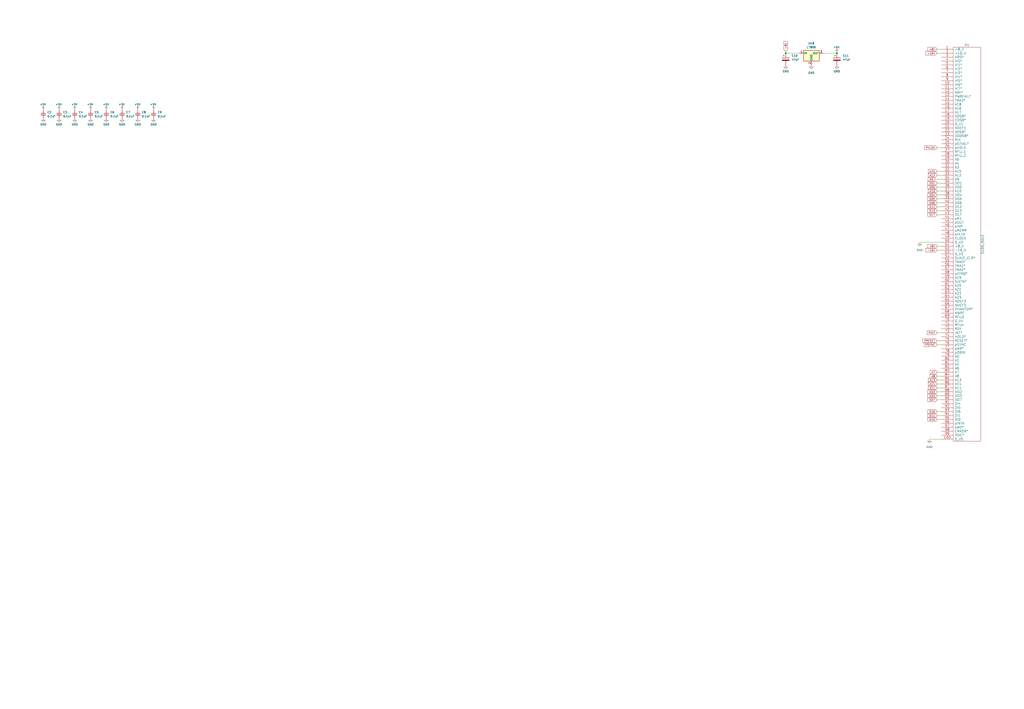
<source format=kicad_sch>
(kicad_sch (version 20250114) (generator "eeschema") (generator_version "9.0")
  (paper "User" 660.4 457.2)
  (title_block (title "W2I-S100") (date "2025-06-29"))
  (lib_symbols
    (symbol "Device:C_Polarized" (pin_numbers (hide yes)) (pin_names (offset 0.254))
      (property "Reference" "C" (at 0.635 2.54 0))
      (property "Value" "C_Polarized" (at 0.635 -2.54 0))
      (symbol "C_Polarized_0_1"
        (rectangle (start -2.286 0.508) (end 2.286 1.016))
        (polyline (pts (xy -1.778 2.286) (xy -0.762 2.286)))
        (polyline (pts (xy -1.27 2.794) (xy -1.27 1.778)))
        (rectangle (start 2.286 -0.508) (end -2.286 -1.016) (fill (type outline)))
      )
      (symbol "C_Polarized_1_1"
        (pin passive line (at 0 3.81 270) (length 2.794) (name "~") (number "1"))
        (pin passive line (at 0 -3.81 90) (length 2.794) (name "~") (number "2"))
      )
    )
    (symbol "Device:C_Small" (pin_numbers (hide yes)) (pin_names (offset 0.254) (hide yes))
      (property "Reference" "C" (at 0.254 1.778 0))
      (property "Value" "C_Small" (at 0.254 -2.032 0))
      (symbol "C_Small_0_1"
        (polyline (pts (xy -1.524 0.508) (xy 1.524 0.508)) (stroke (width 0.3048)))
        (polyline (pts (xy -1.524 -0.508) (xy 1.524 -0.508)) (stroke (width 0.3302)))
      )
      (symbol "C_Small_1_1"
        (pin passive line (at 0 2.54 270) (length 2.032) (name "~") (number "1"))
        (pin passive line (at 0 -2.54 90) (length 2.032) (name "~") (number "2"))
      )
    )
    (symbol "LM4250_1" (pin_names (offset 0.762) (hide yes))
      (property "Reference" "U" (at 3.048 6.35 0))
      (property "Value" "LM4250" (at 3.048 -6.35 0))
      (property "Field4" "386" (at 0 0 0))
      (symbol "LM4250_1_0_1"
        (polyline (pts (xy -5.08 5.08) (xy 5.08 0)))
        (polyline (pts (xy -5.08 -5.08) (xy -5.08 5.08)))
        (polyline (pts (xy -2.54 5.08) (xy -2.54 3.81)))
        (polyline (pts (xy -2.54 -3.81) (xy -2.54 -5.08)))
        (polyline (pts (xy 5.08 5.08) (xy 0 2.54)))
        (polyline (pts (xy 5.08 2.54) (xy 2.54 1.27)))
        (polyline (pts (xy 5.08 0) (xy -5.08 -5.08)))
        (polyline (pts (xy 5.08 -2.54) (xy 2.54 -1.27)))
        (text "+" (at -3.556 2.5654 0) (effects (font (size 1.524 1.524))))
        (text "-" (at -3.556 -2.5146 0) (effects (font (size 1.524 1.524))))
      )
      (symbol "LM4250_1_1_1"
        (pin input line (at -12.7 2.54 0) (length 7.62) (name "PLUS") (number "3"))
        (pin input line (at -12.7 -2.54 0) (length 7.62) (name "MINUS") (number "2"))
        (pin input line (at -2.54 12.7 270) (length 7.62) (name "PLUS") (number "7"))
        (pin input line (at -2.54 -12.7 90) (length 7.62) (name "MINUS") (number "4"))
        (pin passive line (at 12.7 5.08 180) (length 7.62) (name "FIN") (number "1"))
        (pin passive line (at 12.7 2.54 180) (length 7.62) (name "FIN") (number "8"))
        (pin output line (at 12.7 0 180) (length 7.62) (name "OUTPUT") (number "6"))
        (pin passive line (at 12.7 -2.54 180) (length 7.62) (name "FOUT") (number "5"))
      )
    )
    (symbol "Regulator_Linear:L7805" (pin_names (offset 0.254))
      (property "Reference" "U" (at -3.81 3.175 0))
      (property "Value" "L7805" (at 0 3.175 0))
      (symbol "L7805_0_1"
        (rectangle (start -5.08 1.905) (end 5.08 -5.08) (stroke (width 0.254)) (fill (type background)))
      )
      (symbol "L7805_1_1"
        (pin power_in line (at -7.62 0 0) (length 2.54) (name "IN") (number "1"))
        (pin power_in line (at 0 -7.62 90) (length 2.54) (name "GND") (number "2"))
        (pin power_out line (at 7.62 0 180) (length 2.54) (name "OUT") (number "3"))
      )
    )
    (symbol "Zero_ConsoleIO-cache:S100_MALE" (pin_names (offset 1.016))
      (property "Reference" "P" (at 0 128.27 0))
      (property "Value" "S100_MALE" (at 11.43 0 90))
      (symbol "S100_MALE_0_1"
        (rectangle (start -8.89 127) (end 8.89 -127))
      )
      (symbol "S100_MALE_1_1"
        (pin power_in line (at -16.51 125.73 0) (length 7.62) (name "+8_V") (number "1"))
        (pin power_in line (at -16.51 123.19 0) (length 7.62) (name "+16_V") (number "2"))
        (pin bidirectional line (at -16.51 120.65 0) (length 7.62) (name "XRDY") (number "3"))
        (pin bidirectional line (at -16.51 118.11 0) (length 7.62) (name "VIO*") (number "4"))
        (pin bidirectional line (at -16.51 115.57 0) (length 7.62) (name "VI1*") (number "5"))
        (pin bidirectional line (at -16.51 113.03 0) (length 7.62) (name "VI2*") (number "6"))
        (pin bidirectional line (at -16.51 110.49 0) (length 7.62) (name "VI3*") (number "7"))
        (pin bidirectional line (at -16.51 107.95 0) (length 7.62) (name "VI4*") (number "8"))
        (pin bidirectional line (at -16.51 105.41 0) (length 7.62) (name "VI5*") (number "9"))
        (pin bidirectional line (at -16.51 102.87 0) (length 7.62) (name "VI6*") (number "10"))
        (pin bidirectional line (at -16.51 100.33 0) (length 7.62) (name "VI7*") (number "11"))
        (pin bidirectional line (at -16.51 97.79 0) (length 7.62) (name "NMI*") (number "12"))
        (pin bidirectional line (at -16.51 95.25 0) (length 7.62) (name "PWRFAIL*") (number "13"))
        (pin bidirectional line (at -16.51 92.71 0) (length 7.62) (name "TMA3*") (number "14"))
        (pin bidirectional line (at -16.51 90.17 0) (length 7.62) (name "A18") (number "15"))
        (pin bidirectional line (at -16.51 87.63 0) (length 7.62) (name "A16") (number "16"))
        (pin bidirectional line (at -16.51 85.09 0) (length 7.62) (name "A17") (number "17"))
        (pin bidirectional line (at -16.51 82.55 0) (length 7.62) (name "SDSB*") (number "18"))
        (pin bidirectional line (at -16.51 80.01 0) (length 7.62) (name "CDSB*") (number "19"))
        (pin bidirectional line (at -16.51 77.47 0) (length 7.62) (name "0_V1") (number "20"))
        (pin bidirectional line (at -16.51 74.93 0) (length 7.62) (name "NDEF1") (number "21"))
        (pin bidirectional line (at -16.51 72.39 0) (length 7.62) (name "ADSB*") (number "22"))
        (pin bidirectional line (at -16.51 69.85 0) (length 7.62) (name "DODSB*") (number "23"))
        (pin bidirectional line (at -16.51 67.31 0) (length 7.62) (name "PHI") (number "24"))
        (pin bidirectional line (at -16.51 64.77 0) (length 7.62) (name "pSTVAL*") (number "25"))
        (pin bidirectional line (at -16.51 62.23 0) (length 7.62) (name "pHDLA") (number "26"))
        (pin bidirectional line (at -16.51 59.69 0) (length 7.62) (name "RFU_1") (number "27"))
        (pin bidirectional line (at -16.51 57.15 0) (length 7.62) (name "RFU_2") (number "28"))
        (pin bidirectional line (at -16.51 54.61 0) (length 7.62) (name "A5") (number "29"))
        (pin bidirectional line (at -16.51 52.07 0) (length 7.62) (name "A4") (number "30"))
        (pin bidirectional line (at -16.51 49.53 0) (length 7.62) (name "A3") (number "31"))
        (pin bidirectional line (at -16.51 46.99 0) (length 7.62) (name "A15") (number "32"))
        (pin bidirectional line (at -16.51 44.45 0) (length 7.62) (name "A12") (number "33"))
        (pin bidirectional line (at -16.51 41.91 0) (length 7.62) (name "A9") (number "34"))
        (pin bidirectional line (at -16.51 39.37 0) (length 7.62) (name "DO1") (number "35"))
        (pin bidirectional line (at -16.51 36.83 0) (length 7.62) (name "DO0") (number "36"))
        (pin bidirectional line (at -16.51 34.29 0) (length 7.62) (name "A10") (number "37"))
        (pin bidirectional line (at -16.51 31.75 0) (length 7.62) (name "DO4") (number "38"))
        (pin bidirectional line (at -16.51 29.21 0) (length 7.62) (name "DO5") (number "39"))
        (pin bidirectional line (at -16.51 26.67 0) (length 7.62) (name "DO6") (number "40"))
        (pin bidirectional line (at -16.51 24.13 0) (length 7.62) (name "D12") (number "41"))
        (pin bidirectional line (at -16.51 21.59 0) (length 7.62) (name "D13") (number "42"))
        (pin bidirectional line (at -16.51 19.05 0) (length 7.62) (name "D17") (number "43"))
        (pin bidirectional line (at -16.51 16.51 0) (length 7.62) (name "sM1") (number "44"))
        (pin bidirectional line (at -16.51 13.97 0) (length 7.62) (name "sOUT") (number "45"))
        (pin bidirectional line (at -16.51 11.43 0) (length 7.62) (name "sINP") (number "46"))
        (pin bidirectional line (at -16.51 8.89 0) (length 7.62) (name "sMEMR") (number "47"))
        (pin bidirectional line (at -16.51 6.35 0) (length 7.62) (name "sHLTA") (number "48"))
        (pin bidirectional line (at -16.51 3.81 0) (length 7.62) (name "CLOCK") (number "49"))
        (pin power_in line (at -16.51 1.27 0) (length 7.62) (name "0_V2") (number "50"))
        (pin power_in line (at -16.51 -1.27 0) (length 7.62) (name "+8_V") (number "51"))
        (pin power_in line (at -16.51 -3.81 0) (length 7.62) (name "-16_V") (number "52"))
        (pin bidirectional line (at -16.51 -6.35 0) (length 7.62) (name "0_V3") (number "53"))
        (pin bidirectional line (at -16.51 -8.89 0) (length 7.62) (name "SLAVE_CLR*") (number "54"))
        (pin bidirectional line (at -16.51 -11.43 0) (length 7.62) (name "TMA0*") (number "55"))
        (pin bidirectional line (at -16.51 -13.97 0) (length 7.62) (name "TMA1*") (number "56"))
        (pin bidirectional line (at -16.51 -16.51 0) (length 7.62) (name "TMA2*") (number "57"))
        (pin bidirectional line (at -16.51 -19.05 0) (length 7.62) (name "sXTRQ*") (number "58"))
        (pin bidirectional line (at -16.51 -21.59 0) (length 7.62) (name "A19") (number "59"))
        (pin bidirectional line (at -16.51 -24.13 0) (length 7.62) (name "SIXTN*") (number "60"))
        (pin bidirectional line (at -16.51 -26.67 0) (length 7.62) (name "A20") (number "61"))
        (pin bidirectional line (at -16.51 -29.21 0) (length 7.62) (name "A21") (number "62"))
        (pin bidirectional line (at -16.51 -31.75 0) (length 7.62) (name "A22") (number "63"))
        (pin bidirectional line (at -16.51 -34.29 0) (length 7.62) (name "A23") (number "64"))
        (pin bidirectional line (at -16.51 -36.83 0) (length 7.62) (name "NDEF2") (number "65"))
        (pin bidirectional line (at -16.51 -39.37 0) (length 7.62) (name "NDEF3") (number "66"))
        (pin bidirectional line (at -16.51 -41.91 0) (length 7.62) (name "PHANTOM*") (number "67"))
        (pin bidirectional line (at -16.51 -44.45 0) (length 7.62) (name "MWRT") (number "68"))
        (pin bidirectional line (at -16.51 -46.99 0) (length 7.62) (name "RFU3") (number "69"))
        (pin bidirectional line (at -16.51 -49.53 0) (length 7.62) (name "0_V4") (number "70"))
        (pin bidirectional line (at -16.51 -52.07 0) (length 7.62) (name "RFU4") (number "71"))
        (pin bidirectional line (at -16.51 -54.61 0) (length 7.62) (name "RDY") (number "72"))
        (pin bidirectional line (at -16.51 -57.15 0) (length 7.62) (name "INT*") (number "73"))
        (pin bidirectional line (at -16.51 -59.69 0) (length 7.62) (name "HOLD*") (number "74"))
        (pin bidirectional line (at -16.51 -62.23 0) (length 7.62) (name "RESET*") (number "75"))
        (pin bidirectional line (at -16.51 -64.77 0) (length 7.62) (name "pSYNC") (number "76"))
        (pin bidirectional line (at -16.51 -67.31 0) (length 7.62) (name "pWR*") (number "77"))
        (pin bidirectional line (at -16.51 -69.85 0) (length 7.62) (name "pDBIN") (number "78"))
        (pin bidirectional line (at -16.51 -72.39 0) (length 7.62) (name "A0") (number "79"))
        (pin bidirectional line (at -16.51 -74.93 0) (length 7.62) (name "A1") (number "80"))
        (pin bidirectional line (at -16.51 -77.47 0) (length 7.62) (name "A2") (number "81"))
        (pin bidirectional line (at -16.51 -80.01 0) (length 7.62) (name "A6") (number "82"))
        (pin bidirectional line (at -16.51 -82.55 0) (length 7.62) (name "A7") (number "83"))
        (pin bidirectional line (at -16.51 -85.09 0) (length 7.62) (name "A8") (number "84"))
        (pin bidirectional line (at -16.51 -87.63 0) (length 7.62) (name "A13") (number "85"))
        (pin bidirectional line (at -16.51 -90.17 0) (length 7.62) (name "A14") (number "86"))
        (pin bidirectional line (at -16.51 -92.71 0) (length 7.62) (name "A11") (number "87"))
        (pin bidirectional line (at -16.51 -95.25 0) (length 7.62) (name "DO2") (number "88"))
        (pin bidirectional line (at -16.51 -97.79 0) (length 7.62) (name "DO3") (number "89"))
        (pin bidirectional line (at -16.51 -100.33 0) (length 7.62) (name "DO7") (number "90"))
        (pin bidirectional line (at -16.51 -102.87 0) (length 7.62) (name "DI4") (number "91"))
        (pin bidirectional line (at -16.51 -105.41 0) (length 7.62) (name "DI5") (number "92"))
        (pin bidirectional line (at -16.51 -107.95 0) (length 7.62) (name "DI6") (number "93"))
        (pin bidirectional line (at -16.51 -110.49 0) (length 7.62) (name "DI1") (number "94"))
        (pin bidirectional line (at -16.51 -113.03 0) (length 7.62) (name "DI0") (number "95"))
        (pin bidirectional line (at -16.51 -115.57 0) (length 7.62) (name "sINTA") (number "96"))
        (pin bidirectional line (at -16.51 -118.11 0) (length 7.62) (name "sWO*") (number "97"))
        (pin bidirectional line (at -16.51 -120.65 0) (length 7.62) (name "ERROR*") (number "98"))
        (pin bidirectional line (at -16.51 -123.19 0) (length 7.62) (name "POC*") (number "99"))
        (pin power_in line (at -16.51 -125.73 0) (length 7.62) (name "0_V5") (number "100"))
      )
    )
    (symbol "power:+5V" (power) (pin_numbers (hide yes)) (pin_names (offset 0) (hide yes))
      (property "Value" "+5V" (at 0 3.556 0))
      (symbol "+5V_0_1"
        (polyline (pts (xy -0.762 1.27) (xy 0 2.54)))
        (polyline (pts (xy 0 2.54) (xy 0.762 1.27)))
        (polyline (pts (xy 0 0) (xy 0 2.54)))
      )
      (symbol "+5V_1_1"
        (pin power_in line (at 0 0 90) (length 0) (name "~") (number "1"))
      )
    )
    (symbol "power:GND" (power) (pin_numbers (hide yes)) (pin_names (offset 0) (hide yes))
      (property "Value" "GND" (at 0 -3.81 0))
      (symbol "GND_0_1"
        (polyline (pts (xy 0 0) (xy 0 -1.27) (xy 1.27 -1.27) (xy 0 -2.54) (xy -1.27 -1.27) (xy 0 -1.27)))
      )
      (symbol "GND_1_1"
        (pin power_in line (at 0 0 270) (length 0) (name "~") (number "1"))
      )
    )
  )
  (junction (at 506.73 34.29))
  (junction (at 539.75 34.29))
  (wire (pts (xy 604.52 34.29) (xy 607.06 34.29)))
  (wire (pts (xy 604.52 250.19) (xy 607.06 250.19)))
  (wire (pts (xy 604.52 270.51) (xy 607.06 270.51)))
  (wire (pts (xy 604.52 247.65) (xy 607.06 247.65)))
  (wire (pts (xy 604.52 242.57) (xy 607.06 242.57)))
  (wire (pts (xy 604.52 128.27) (xy 607.06 128.27)))
  (wire (pts (xy 604.52 219.71) (xy 607.06 219.71)))
  (wire (pts (xy 604.52 95.25) (xy 607.06 95.25)))
  (wire (pts (xy 604.52 133.35) (xy 607.06 133.35)))
  (wire (pts (xy 604.52 252.73) (xy 607.06 252.73)))
  (wire (pts (xy 506.73 33.02) (xy 506.73 34.29)))
  (wire (pts (xy 604.52 135.89) (xy 607.06 135.89)))
  (wire (pts (xy 604.52 257.81) (xy 607.06 257.81)))
  (wire (pts (xy 604.52 267.97) (xy 607.06 267.97)))
  (wire (pts (xy 604.52 158.75) (xy 607.06 158.75)))
  (wire (pts (xy 604.52 130.81) (xy 607.06 130.81)))
  (wire (pts (xy 604.52 255.27) (xy 607.06 255.27)))
  (wire (pts (xy 604.52 123.19) (xy 607.06 123.19)))
  (wire (pts (xy 604.52 222.25) (xy 607.06 222.25)))
  (wire (pts (xy 604.52 125.73) (xy 607.06 125.73)))
  (wire (pts (xy 604.52 245.11) (xy 607.06 245.11)))
  (wire (pts (xy 604.52 161.29) (xy 607.06 161.29)))
  (wire (pts (xy 604.52 118.11) (xy 607.06 118.11)))
  (wire (pts (xy 593.09 156.21) (xy 607.06 156.21)))
  (wire (pts (xy 506.73 34.29) (xy 515.62 34.29)))
  (wire (pts (xy 599.44 283.21) (xy 607.06 283.21)))
  (wire (pts (xy 530.86 34.29) (xy 539.75 34.29)))
  (wire (pts (xy 604.52 110.49) (xy 607.06 110.49)))
  (wire (pts (xy 604.52 113.03) (xy 607.06 113.03)))
  (wire (pts (xy 604.52 240.03) (xy 607.06 240.03)))
  (wire (pts (xy 603.25 115.57) (xy 607.06 115.57)))
  (wire (pts (xy 604.52 138.43) (xy 607.06 138.43)))
  (wire (pts (xy 604.52 214.63) (xy 607.06 214.63)))
  (wire (pts (xy 604.52 120.65) (xy 607.06 120.65)))
  (wire (pts (xy 604.52 31.75) (xy 607.06 31.75)))
  (wire (pts (xy 604.52 265.43) (xy 607.06 265.43)))
  (global_label "+8V" (shape input) (at 604.52 31.75 180) (property "Intersheetrefs" "${INTERSHEET_REFS}" (effects (hide yes))))
  (global_label "+16V" (shape input) (at 604.52 34.29 180) (property "Intersheetrefs" "${INTERSHEET_REFS}" (effects (hide yes))))
  (global_label "D10" (shape input) (at 604.52 270.51 180) (property "Intersheetrefs" "${INTERSHEET_REFS}" (effects (hide yes))))
  (global_label "PSYNC" (shape input) (at 604.52 222.25 180) (property "Intersheetrefs" "${INTERSHEET_REFS}" (effects (hide yes))))
  (global_label "-16V" (shape input) (at 604.52 161.29 180) (property "Intersheetrefs" "${INTERSHEET_REFS}" (effects (hide yes))))
  (global_label "A15" (shape input) (at 604.52 110.49 180) (property "Intersheetrefs" "${INTERSHEET_REFS}" (effects (hide yes))))
  (global_label "D07" (shape input) (at 604.52 257.81 180) (property "Intersheetrefs" "${INTERSHEET_REFS}" (effects (hide yes))))
  (global_label "D12" (shape input) (at 604.52 133.35 180) (property "Intersheetrefs" "${INTERSHEET_REFS}" (effects (hide yes))))
  (global_label "+8V" (shape input) (at 604.52 158.75 180) (property "Intersheetrefs" "${INTERSHEET_REFS}" (effects (hide yes))))
  (global_label "PHLDA" (shape input) (at 604.52 95.25 180) (property "Intersheetrefs" "${INTERSHEET_REFS}" (effects (hide yes))))
  (global_label "D05" (shape input) (at 604.52 128.27 180) (property "Intersheetrefs" "${INTERSHEET_REFS}" (effects (hide yes))))
  (global_label "D03" (shape input) (at 604.52 255.27 180) (property "Intersheetrefs" "${INTERSHEET_REFS}" (effects (hide yes))))
  (global_label "A12" (shape input) (at 604.52 113.03 180) (property "Intersheetrefs" "${INTERSHEET_REFS}" (effects (hide yes))))
  (global_label "A11" (shape input) (at 604.52 250.19 180) (property "Intersheetrefs" "${INTERSHEET_REFS}" (effects (hide yes))))
  (global_label "+8V" (shape input) (at 506.73 33.02 90) (property "Intersheetrefs" "${INTERSHEET_REFS}" (effects (hide yes))))
  (global_label "PINT" (shape input) (at 604.52 214.63 180) (property "Intersheetrefs" "${INTERSHEET_REFS}" (effects (hide yes))))
  (global_label "D00" (shape input) (at 604.52 120.65 180) (property "Intersheetrefs" "${INTERSHEET_REFS}" (effects (hide yes))))
  (global_label "D11" (shape input) (at 604.52 267.97 180) (property "Intersheetrefs" "${INTERSHEET_REFS}" (effects (hide yes))))
  (global_label "PRESET" (shape input) (at 604.52 219.71 180) (property "Intersheetrefs" "${INTERSHEET_REFS}" (effects (hide yes))))
  (global_label "D06" (shape input) (at 604.52 130.81 180) (property "Intersheetrefs" "${INTERSHEET_REFS}" (effects (hide yes))))
  (global_label "D16" (shape input) (at 604.52 265.43 180) (property "Intersheetrefs" "${INTERSHEET_REFS}" (effects (hide yes))))
  (global_label "A14" (shape input) (at 604.52 247.65 180) (property "Intersheetrefs" "${INTERSHEET_REFS}" (effects (hide yes))))
  (global_label "D13" (shape input) (at 604.52 135.89 180) (property "Intersheetrefs" "${INTERSHEET_REFS}" (effects (hide yes))))
  (global_label "D02" (shape input) (at 604.52 252.73 180) (property "Intersheetrefs" "${INTERSHEET_REFS}" (effects (hide yes))))
  (global_label "A7" (shape input) (at 604.52 240.03 180) (property "Intersheetrefs" "${INTERSHEET_REFS}" (effects (hide yes))))
  (global_label "A13" (shape input) (at 604.52 245.11 180) (property "Intersheetrefs" "${INTERSHEET_REFS}" (effects (hide yes))))
  (global_label "D01" (shape input) (at 604.52 118.11 180) (property "Intersheetrefs" "${INTERSHEET_REFS}" (effects (hide yes))))
  (global_label "D04" (shape input) (at 604.52 125.73 180) (property "Intersheetrefs" "${INTERSHEET_REFS}" (effects (hide yes))))
  (global_label "A10" (shape input) (at 604.52 123.19 180) (property "Intersheetrefs" "${INTERSHEET_REFS}" (effects (hide yes))))
  (global_label "A8" (shape input) (at 604.52 242.57 180) (property "Intersheetrefs" "${INTERSHEET_REFS}" (effects (hide yes))))
  (global_label "A9" (shape input) (at 603.25 115.57 180) (property "Intersheetrefs" "${INTERSHEET_REFS}" (effects (hide yes))))
  (global_label "D17" (shape input) (at 604.52 138.43 180) (property "Intersheetrefs" "${INTERSHEET_REFS}" (effects (hide yes))))
  (symbol (lib_id "Zero_ConsoleIO-cache:S100_MALE") (at 623.57 157.48 0) (unit 1)
    (property "Reference" "P1" (at 623.57 29.21 0) (effects (font (size 1.524 1.524))))
    (property "Value" "S100_MALE" (at 633.73 157.48 90) (effects (font (size 1.524 1.524))))
  )
  (symbol (lib_id "power:GND") (at 539.75 41.91 0) (unit 1)
    (property "Reference" "#PWR090" (effects (hide yes)))
    (property "Value" "GND" (at 539.75 45.974 0))
    (property "Description" "Power symbol creates a global label with name \"GND\" , ground" (effects (hide yes)))
  )
  (symbol (lib_id "power:GND") (at 506.73 41.91 0) (unit 1)
    (property "Reference" "#PWR089" (effects (hide yes)))
    (property "Value" "GND" (at 506.73 45.974 0))
    (property "Description" "Power symbol creates a global label with name \"GND\" , ground" (effects (hide yes)))
  )
  (symbol (lib_id "Device:C_Polarized") (at 539.75 38.1 0) (unit 1)
    (property "Reference" "C11" (at 543.56 35.9409 0) (effects (justify left)))
    (property "Value" "47uF" (at 543.56 38.4809 0) (effects (justify left)))
    (property "Footprint" "Capacitor_THT:C_Axial_L12.0mm_D9.5mm_P20.00mm_Horizontal" (effects (hide yes)))
    (property "Description" "Polarized capacitor" (effects (hide yes)))
  )
  (symbol (lib_id "Device:C_Small") (at 58.42 73.66 0) (unit 1)
    (property "Reference" "C5" (at 60.96 72.3962 0) (effects (justify left)))
    (property "Value" "0.1uF" (at 60.96 74.9362 0) (effects (justify left)))
    (property "Footprint" "Capacitor_THT:C_Disc_D7.5mm_W5.0mm_P5.00mm" (effects (hide yes)))
    (property "Description" "Unpolarized capacitor, small symbol" (effects (hide yes)))
  )
  (symbol (lib_id "power:+5V") (at 68.58 71.12 0) (unit 1)
    (property "Reference" "#PWR085" (effects (hide yes)))
    (property "Value" "+5V" (at 68.326 67.31 0))
    (property "Description" "Power symbol creates a global label with name \"+5V\"" (effects (hide yes)))
  )
  (symbol (lib_id "power:GND") (at 58.42 76.2 0) (unit 1)
    (property "Reference" "#PWR076" (effects (hide yes)))
    (property "Value" "GND" (at 58.42 80.264 0))
    (property "Description" "Power symbol creates a global label with name \"GND\" , ground" (effects (hide yes)))
  )
  (symbol (lib_id "Device:C_Small") (at 38.1 73.66 0) (unit 1)
    (property "Reference" "C3" (at 40.64 72.3962 0) (effects (justify left)))
    (property "Value" "0.1uF" (at 40.64 74.9362 0) (effects (justify left)))
    (property "Footprint" "Capacitor_THT:C_Disc_D7.5mm_W5.0mm_P5.00mm" (effects (hide yes)))
    (property "Description" "Unpolarized capacitor, small symbol" (effects (hide yes)))
  )
  (symbol (lib_id "power:GND") (at 599.44 283.21 0) (unit 1)
    (property "Reference" "#PWR0168" (effects (hide yes)))
    (property "Value" "GND" (at 599.44 288.29 0))
    (property "Description" "Power symbol creates a global label with name \"GND\" , ground" (effects (hide yes)))
  )
  (symbol (lib_id "power:+5V") (at 27.94 71.12 0) (unit 1)
    (property "Reference" "#PWR081" (effects (hide yes)))
    (property "Value" "+5V" (at 27.686 67.31 0))
    (property "Description" "Power symbol creates a global label with name \"+5V\"" (effects (hide yes)))
  )
  (symbol (lib_id "Regulator_Linear:L7805") (at 523.24 34.29 0) (unit 1)
    (property "Reference" "U18" (at 523.24 27.94 0))
    (property "Value" "L7805" (at 523.24 30.48 0))
    (property "Footprint" "Package_TO_SOT_THT:TO-220-3_Horizontal_TabDown" (effects (hide yes)))
    (property "Datasheet" "http://www.st.com/content/ccc/resource/technical/document/datasheet/41/4f/b3/b0/12/d4/47/88/CD00000444.pdf/files/CD00000444.pdf/jcr:content/translations/en.CD00000444.pdf" (effects (hide yes)))
    (property "Description" "Positive 1.5A 35V Linear Regulator, Fixed Output 5V, TO-220/TO-263/TO-252" (effects (hide yes)))
  )
  (symbol (lib_id "power:GND") (at 68.58 76.2 0) (unit 1)
    (property "Reference" "#PWR077" (effects (hide yes)))
    (property "Value" "GND" (at 68.58 80.264 0))
    (property "Description" "Power symbol creates a global label with name \"GND\" , ground" (effects (hide yes)))
  )
  (symbol (lib_id "power:GND") (at 78.74 76.2 0) (unit 1)
    (property "Reference" "#PWR078" (effects (hide yes)))
    (property "Value" "GND" (at 78.74 80.264 0))
    (property "Description" "Power symbol creates a global label with name \"GND\" , ground" (effects (hide yes)))
  )
  (symbol (lib_id "Device:C_Polarized") (at 506.73 38.1 0) (unit 1)
    (property "Reference" "C10" (at 510.54 35.9409 0) (effects (justify left)))
    (property "Value" "47uF" (at 510.54 38.4809 0) (effects (justify left)))
    (property "Footprint" "Capacitor_THT:C_Axial_L12.0mm_D9.5mm_P20.00mm_Horizontal" (effects (hide yes)))
    (property "Description" "Polarized capacitor" (effects (hide yes)))
  )
  (symbol (lib_id "power:GND") (at 27.94 76.2 0) (unit 1)
    (property "Reference" "#PWR073" (effects (hide yes)))
    (property "Value" "GND" (at 27.94 80.264 0))
    (property "Description" "Power symbol creates a global label with name \"GND\" , ground" (effects (hide yes)))
  )
  (symbol (lib_id "power:+5V") (at 88.9 71.12 0) (unit 1)
    (property "Reference" "#PWR087" (effects (hide yes)))
    (property "Value" "+5V" (at 88.646 67.31 0))
    (property "Description" "Power symbol creates a global label with name \"+5V\"" (effects (hide yes)))
  )
  (symbol (lib_id "power:+5V") (at 48.26 71.12 0) (unit 1)
    (property "Reference" "#PWR083" (effects (hide yes)))
    (property "Value" "+5V" (at 48.006 67.31 0))
    (property "Description" "Power symbol creates a global label with name \"+5V\"" (effects (hide yes)))
  )
  (symbol (lib_id "power:+5V") (at 78.74 71.12 0) (unit 1)
    (property "Reference" "#PWR086" (effects (hide yes)))
    (property "Value" "+5V" (at 78.486 67.31 0))
    (property "Description" "Power symbol creates a global label with name \"+5V\"" (effects (hide yes)))
  )
  (symbol (lib_id "Device:C_Small") (at 99.06 73.66 0) (unit 1)
    (property "Reference" "C9" (at 101.6 72.3962 0) (effects (justify left)))
    (property "Value" "0.1uF" (at 101.6 74.9362 0) (effects (justify left)))
    (property "Footprint" "Capacitor_THT:C_Disc_D7.5mm_W5.0mm_P5.00mm" (effects (hide yes)))
    (property "Description" "Unpolarized capacitor, small symbol" (effects (hide yes)))
  )
  (symbol (lib_id "Device:C_Small") (at 78.74 73.66 0) (unit 1)
    (property "Reference" "C7" (at 81.28 72.3962 0) (effects (justify left)))
    (property "Value" "0.1uF" (at 81.28 74.9362 0) (effects (justify left)))
    (property "Footprint" "Capacitor_THT:C_Disc_D7.5mm_W5.0mm_P5.00mm" (effects (hide yes)))
    (property "Description" "Unpolarized capacitor, small symbol" (effects (hide yes)))
  )
  (symbol (lib_id "power:GND") (at 88.9 76.2 0) (unit 1)
    (property "Reference" "#PWR079" (effects (hide yes)))
    (property "Value" "GND" (at 88.9 80.264 0))
    (property "Description" "Power symbol creates a global label with name \"GND\" , ground" (effects (hide yes)))
  )
  (symbol (lib_id "power:+5V") (at 539.75 34.29 0) (unit 1)
    (property "Reference" "#PWR092" (effects (hide yes)))
    (property "Value" "+5V" (at 539.496 30.48 0))
    (property "Description" "Power symbol creates a global label with name \"+5V\"" (effects (hide yes)))
  )
  (symbol (lib_id "power:GND") (at 38.1 76.2 0) (unit 1)
    (property "Reference" "#PWR074" (effects (hide yes)))
    (property "Value" "GND" (at 38.1 80.264 0))
    (property "Description" "Power symbol creates a global label with name \"GND\" , ground" (effects (hide yes)))
  )
  (symbol (lib_id "power:GND") (at 99.06 76.2 0) (unit 1)
    (property "Reference" "#PWR080" (effects (hide yes)))
    (property "Value" "GND" (at 99.06 80.264 0))
    (property "Description" "Power symbol creates a global label with name \"GND\" , ground" (effects (hide yes)))
  )
  (symbol (lib_id "Device:C_Small") (at 68.58 73.66 0) (unit 1)
    (property "Reference" "C6" (at 71.12 72.3962 0) (effects (justify left)))
    (property "Value" "0.1uF" (at 71.12 74.9362 0) (effects (justify left)))
    (property "Footprint" "Capacitor_THT:C_Disc_D7.5mm_W5.0mm_P5.00mm" (effects (hide yes)))
    (property "Description" "Unpolarized capacitor, small symbol" (effects (hide yes)))
  )
  (symbol (lib_id "power:GND") (at 523.24 41.91 0) (unit 1)
    (property "Reference" "#PWR093" (effects (hide yes)))
    (property "Value" "GND" (at 523.24 46.99 0))
    (property "Description" "Power symbol creates a global label with name \"GND\" , ground" (effects (hide yes)))
  )
  (symbol (lib_id "power:GND") (at 48.26 76.2 0) (unit 1)
    (property "Reference" "#PWR075" (effects (hide yes)))
    (property "Value" "GND" (at 48.26 80.264 0))
    (property "Description" "Power symbol creates a global label with name \"GND\" , ground" (effects (hide yes)))
  )
  (symbol (lib_id "power:+5V") (at 99.06 71.12 0) (unit 1)
    (property "Reference" "#PWR088" (effects (hide yes)))
    (property "Value" "+5V" (at 98.806 67.31 0))
    (property "Description" "Power symbol creates a global label with name \"+5V\"" (effects (hide yes)))
  )
  (symbol (lib_id "power:GND") (at 593.09 156.21 0) (unit 1)
    (property "Reference" "#PWR095" (effects (hide yes)))
    (property "Value" "GND" (at 593.09 161.29 0))
    (property "Description" "Power symbol creates a global label with name \"GND\" , ground" (effects (hide yes)))
  )
  (symbol (lib_id "power:+5V") (at 38.1 71.12 0) (unit 1)
    (property "Reference" "#PWR082" (effects (hide yes)))
    (property "Value" "+5V" (at 37.846 67.31 0))
    (property "Description" "Power symbol creates a global label with name \"+5V\"" (effects (hide yes)))
  )
  (symbol (lib_id "power:+5V") (at 58.42 71.12 0) (unit 1)
    (property "Reference" "#PWR084" (effects (hide yes)))
    (property "Value" "+5V" (at 58.166 67.31 0))
    (property "Description" "Power symbol creates a global label with name \"+5V\"" (effects (hide yes)))
  )
  (symbol (lib_id "Device:C_Small") (at 88.9 73.66 0) (unit 1)
    (property "Reference" "C8" (at 91.44 72.3962 0) (effects (justify left)))
    (property "Value" "0.1uF" (at 91.44 74.9362 0) (effects (justify left)))
    (property "Footprint" "Capacitor_THT:C_Disc_D7.5mm_W5.0mm_P5.00mm" (effects (hide yes)))
    (property "Description" "Unpolarized capacitor, small symbol" (effects (hide yes)))
  )
  (symbol (lib_id "Device:C_Small") (at 27.94 73.66 0) (unit 1)
    (property "Reference" "C2" (at 30.48 72.3962 0) (effects (justify left)))
    (property "Value" "0.1uF" (at 30.48 74.9362 0) (effects (justify left)))
    (property "Footprint" "Capacitor_THT:C_Disc_D7.5mm_W5.0mm_P5.00mm" (effects (hide yes)))
    (property "Description" "Unpolarized capacitor, small symbol" (effects (hide yes)))
  )
  (symbol (lib_id "Device:C_Small") (at 48.26 73.66 0) (unit 1)
    (property "Reference" "C4" (at 50.8 72.3962 0) (effects (justify left)))
    (property "Value" "0.1uF" (at 50.8 74.9362 0) (effects (justify left)))
    (property "Footprint" "Capacitor_THT:C_Disc_D7.5mm_W5.0mm_P5.00mm" (effects (hide yes)))
    (property "Description" "Unpolarized capacitor, small symbol" (effects (hide yes)))
  )
)
</source>
